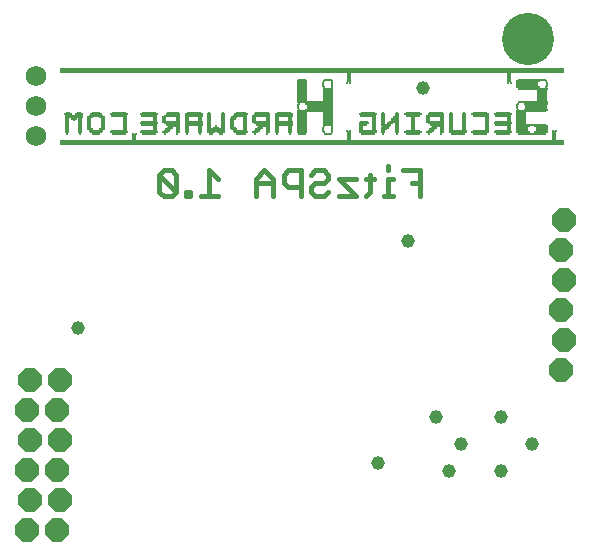
<source format=gbs>
G75*
%MOIN*%
%OFA0B0*%
%FSLAX24Y24*%
%IPPOS*%
%LPD*%
%AMOC8*
5,1,8,0,0,1.08239X$1,22.5*
%
%ADD10C,0.0150*%
%ADD11OC8,0.0780*%
%ADD12C,0.0680*%
%ADD13R,1.6800X0.0050*%
%ADD14R,0.0150X0.0050*%
%ADD15R,0.0950X0.0050*%
%ADD16R,0.0500X0.0050*%
%ADD17R,0.0100X0.0050*%
%ADD18R,0.0050X0.0050*%
%ADD19R,0.0250X0.0050*%
%ADD20R,0.0350X0.0050*%
%ADD21R,0.0300X0.0050*%
%ADD22R,0.0450X0.0050*%
%ADD23R,0.0600X0.0050*%
%ADD24R,0.0200X0.0050*%
%ADD25R,0.0400X0.0050*%
%ADD26R,0.0550X0.0050*%
%ADD27R,0.1000X0.0050*%
%ADD28R,0.1200X0.0050*%
%ADD29R,0.0800X0.0050*%
%ADD30R,0.0750X0.0050*%
%ADD31R,0.0900X0.0050*%
%ADD32C,0.0456*%
%ADD33C,0.1740*%
D10*
X005998Y012567D02*
X006281Y012567D01*
X006423Y012709D01*
X005856Y013276D01*
X005856Y012709D01*
X005998Y012567D01*
X006423Y012709D02*
X006423Y013276D01*
X006281Y013418D01*
X005998Y013418D01*
X005856Y013276D01*
X006742Y012709D02*
X006742Y012567D01*
X006884Y012567D01*
X006884Y012709D01*
X006742Y012709D01*
X007237Y012567D02*
X007804Y012567D01*
X007521Y012567D02*
X007521Y013418D01*
X007804Y013134D01*
X009079Y013134D02*
X009079Y012567D01*
X009079Y012992D02*
X009646Y012992D01*
X009646Y013134D02*
X009362Y013418D01*
X009079Y013134D01*
X009646Y013134D02*
X009646Y012567D01*
X010000Y012992D02*
X010141Y012851D01*
X010567Y012851D01*
X010567Y012567D02*
X010567Y013418D01*
X010141Y013418D01*
X010000Y013276D01*
X010000Y012992D01*
X010920Y012851D02*
X010920Y012709D01*
X011062Y012567D01*
X011346Y012567D01*
X011488Y012709D01*
X011346Y012992D02*
X011062Y012992D01*
X010920Y012851D01*
X010920Y013276D02*
X011062Y013418D01*
X011346Y013418D01*
X011488Y013276D01*
X011488Y013134D01*
X011346Y012992D01*
X011841Y013134D02*
X012408Y012567D01*
X011841Y012567D01*
X011841Y013134D02*
X012408Y013134D01*
X012739Y013134D02*
X013022Y013134D01*
X012880Y013276D02*
X012880Y012709D01*
X012739Y012567D01*
X013353Y012567D02*
X013636Y012567D01*
X013494Y012567D02*
X013494Y013134D01*
X013636Y013134D01*
X013494Y013418D02*
X013494Y013560D01*
X013990Y013418D02*
X014557Y013418D01*
X014557Y012567D01*
X014557Y012992D02*
X014273Y012992D01*
D11*
X001437Y001430D03*
X002437Y001430D03*
X002537Y002430D03*
X001537Y002430D03*
X001437Y003430D03*
X002437Y003430D03*
X002537Y004430D03*
X001537Y004430D03*
X001437Y005430D03*
X002437Y005430D03*
X002537Y006430D03*
X001537Y006430D03*
X019237Y006780D03*
X019337Y007780D03*
X019237Y008780D03*
X019337Y009780D03*
X019237Y010780D03*
X019337Y011780D03*
D12*
X001747Y014565D03*
X001747Y015565D03*
X001747Y016565D03*
D13*
X010949Y016698D03*
X010949Y016748D03*
X010949Y016798D03*
X010949Y014398D03*
X010949Y014348D03*
X010949Y014298D03*
D14*
X010224Y014698D03*
X010224Y014748D03*
X010224Y014798D03*
X010224Y014848D03*
X010224Y014898D03*
X010224Y015098D03*
X010224Y015148D03*
X010224Y015198D03*
X009774Y015198D03*
X009774Y015148D03*
X009774Y015098D03*
X009774Y014898D03*
X009774Y014848D03*
X009774Y014798D03*
X009774Y014748D03*
X009774Y014698D03*
X009474Y014698D03*
X009474Y014748D03*
X009474Y014798D03*
X009474Y014848D03*
X009474Y015098D03*
X009474Y015148D03*
X009474Y015198D03*
X009024Y015198D03*
X009024Y015148D03*
X009024Y015098D03*
X008724Y015098D03*
X008724Y015148D03*
X008724Y015198D03*
X008724Y015048D03*
X008724Y014998D03*
X008724Y014948D03*
X008724Y014898D03*
X008724Y014848D03*
X008724Y014798D03*
X008274Y014898D03*
X008274Y014948D03*
X008274Y014998D03*
X008274Y015048D03*
X008274Y015098D03*
X007974Y015098D03*
X007974Y015148D03*
X007974Y015198D03*
X007974Y015248D03*
X007974Y015298D03*
X007974Y015048D03*
X007974Y014998D03*
X007974Y014948D03*
X007974Y014898D03*
X007974Y014848D03*
X007924Y014648D03*
X007574Y014648D03*
X007524Y014848D03*
X007524Y014898D03*
X007524Y014948D03*
X007524Y014998D03*
X007524Y015048D03*
X007524Y015098D03*
X007524Y015148D03*
X007524Y015198D03*
X007524Y015248D03*
X007524Y015298D03*
X007224Y015198D03*
X007224Y015148D03*
X007224Y015098D03*
X007224Y014898D03*
X007224Y014848D03*
X007224Y014798D03*
X007224Y014748D03*
X007224Y014698D03*
X006774Y014698D03*
X006774Y014748D03*
X006774Y014798D03*
X006774Y014848D03*
X006774Y014898D03*
X006774Y015098D03*
X006774Y015148D03*
X006774Y015198D03*
X006474Y015198D03*
X006474Y015148D03*
X006474Y015098D03*
X006474Y014848D03*
X006474Y014798D03*
X006474Y014748D03*
X006474Y014698D03*
X006024Y015098D03*
X006024Y015148D03*
X006024Y015198D03*
X005724Y015198D03*
X005724Y015148D03*
X005724Y015098D03*
X005724Y014898D03*
X005724Y014848D03*
X005724Y014798D03*
X005024Y014598D03*
X005024Y014548D03*
X005024Y014498D03*
X005024Y014448D03*
X004724Y014798D03*
X004724Y014848D03*
X004724Y014898D03*
X004724Y014948D03*
X004724Y014998D03*
X004724Y015048D03*
X004724Y015098D03*
X004724Y015148D03*
X004724Y015198D03*
X003974Y015148D03*
X003974Y015098D03*
X003974Y015048D03*
X003974Y014998D03*
X003974Y014948D03*
X003974Y014898D03*
X003974Y014848D03*
X003524Y014848D03*
X003524Y014898D03*
X003524Y014948D03*
X003524Y014998D03*
X003524Y015048D03*
X003524Y015098D03*
X003524Y015148D03*
X003224Y015148D03*
X003224Y015098D03*
X003224Y015048D03*
X003224Y014998D03*
X003224Y014948D03*
X003224Y014898D03*
X003224Y014848D03*
X003224Y014798D03*
X003224Y014748D03*
X003224Y014698D03*
X002774Y014698D03*
X002774Y014748D03*
X002774Y014798D03*
X002774Y014848D03*
X002774Y014898D03*
X002774Y014948D03*
X002774Y014998D03*
X002774Y015048D03*
X002774Y015098D03*
X002774Y015148D03*
X002824Y015348D03*
X003174Y015348D03*
X012174Y014698D03*
X012174Y014648D03*
X012174Y014598D03*
X012174Y014548D03*
X012174Y014498D03*
X012174Y014448D03*
X012574Y014798D03*
X012574Y014848D03*
X012574Y014898D03*
X013024Y014898D03*
X013024Y014948D03*
X013024Y014998D03*
X013024Y015048D03*
X013024Y015098D03*
X013024Y015148D03*
X013024Y015198D03*
X013324Y015198D03*
X013324Y015248D03*
X013324Y015298D03*
X013324Y015148D03*
X013324Y015098D03*
X013324Y015048D03*
X013324Y014998D03*
X013324Y014748D03*
X013324Y014698D03*
X013024Y014798D03*
X013024Y014848D03*
X013774Y014848D03*
X013774Y014798D03*
X013774Y014748D03*
X013774Y014698D03*
X013774Y014898D03*
X013774Y014948D03*
X013774Y014998D03*
X013774Y015248D03*
X013774Y015298D03*
X014324Y015198D03*
X014324Y015148D03*
X014324Y015098D03*
X014324Y015048D03*
X014324Y014998D03*
X014324Y014948D03*
X014324Y014898D03*
X014324Y014848D03*
X014324Y014798D03*
X014824Y015098D03*
X014824Y015148D03*
X014824Y015198D03*
X015274Y015198D03*
X015274Y015148D03*
X015274Y015098D03*
X015574Y015098D03*
X015574Y015148D03*
X015574Y015198D03*
X015574Y015248D03*
X015574Y015298D03*
X015574Y015048D03*
X015574Y014998D03*
X015574Y014948D03*
X015574Y014898D03*
X015574Y014848D03*
X015574Y014798D03*
X015274Y014798D03*
X015274Y014848D03*
X015274Y014748D03*
X015274Y014698D03*
X016024Y014798D03*
X016024Y014848D03*
X016024Y014898D03*
X016024Y014948D03*
X016024Y014998D03*
X016024Y015048D03*
X016024Y015098D03*
X016024Y015148D03*
X016024Y015198D03*
X016024Y015248D03*
X016024Y015298D03*
X016774Y015198D03*
X016774Y015148D03*
X016774Y015098D03*
X016774Y015048D03*
X016774Y014998D03*
X016774Y014948D03*
X016774Y014898D03*
X016774Y014848D03*
X016774Y014798D03*
X017524Y014798D03*
X017524Y014848D03*
X017524Y014898D03*
X017524Y015098D03*
X017524Y015148D03*
X017524Y015198D03*
X017524Y016398D03*
X017524Y016448D03*
X017524Y016498D03*
X017524Y016548D03*
X017524Y016598D03*
X017524Y016648D03*
X019024Y014698D03*
X019024Y014648D03*
X019024Y014598D03*
X019024Y014548D03*
X019024Y014498D03*
X019024Y014448D03*
X012174Y016398D03*
X012174Y016448D03*
X012174Y016498D03*
X012174Y016548D03*
X012174Y016598D03*
X012174Y016648D03*
D15*
X011174Y015648D03*
X011174Y015448D03*
X018274Y014648D03*
X018274Y016448D03*
D16*
X017299Y015348D03*
X017299Y014648D03*
X016549Y014648D03*
X015799Y014648D03*
X015099Y014948D03*
X014299Y014748D03*
X014299Y014648D03*
X014299Y015248D03*
X014299Y015348D03*
X012799Y015348D03*
X012799Y014648D03*
X009999Y015348D03*
X009299Y014948D03*
X008549Y014748D03*
X008549Y015248D03*
X006999Y015348D03*
X006299Y015298D03*
X006299Y014948D03*
X005499Y014648D03*
X005499Y015348D03*
X004499Y015348D03*
X003749Y015248D03*
X003749Y014748D03*
X004499Y014648D03*
X016549Y015348D03*
D17*
X017799Y015448D03*
X017799Y015648D03*
X018749Y016198D03*
X018749Y016398D03*
X015249Y014648D03*
X014849Y014648D03*
X011599Y014698D03*
X011599Y014898D03*
X011349Y014898D03*
X011349Y014698D03*
X010499Y015448D03*
X010499Y015648D03*
X011349Y016198D03*
X011349Y016398D03*
X011599Y016398D03*
X011599Y016198D03*
X009449Y014648D03*
X009049Y014648D03*
X007749Y014898D03*
X006449Y014648D03*
X006049Y014648D03*
X002999Y015098D03*
D18*
X003224Y014648D03*
X002774Y014648D03*
X004974Y014648D03*
X005074Y014648D03*
X006774Y014648D03*
X007224Y014648D03*
X007524Y015348D03*
X007974Y015348D03*
X009774Y014648D03*
X010224Y014648D03*
X010474Y015498D03*
X010474Y015548D03*
X010474Y015598D03*
X011324Y016248D03*
X011324Y016298D03*
X011324Y016348D03*
X011624Y016348D03*
X011624Y016298D03*
X011624Y016248D03*
X012124Y016348D03*
X012224Y016348D03*
X013324Y015348D03*
X013774Y015348D03*
X013774Y014648D03*
X013324Y014648D03*
X012224Y014748D03*
X012124Y014748D03*
X011624Y014748D03*
X011624Y014798D03*
X011624Y014848D03*
X011324Y014848D03*
X011324Y014798D03*
X011324Y014748D03*
X015574Y015348D03*
X016024Y015348D03*
X017474Y016348D03*
X017574Y016348D03*
X017774Y015598D03*
X017774Y015548D03*
X017774Y015498D03*
X018774Y016248D03*
X018774Y016298D03*
X018774Y016348D03*
X018974Y014748D03*
X019074Y014748D03*
D19*
X013724Y015148D03*
X013374Y014848D03*
X012674Y015048D03*
X011474Y014648D03*
X010624Y014648D03*
X010624Y016448D03*
X011474Y016448D03*
X007924Y014698D03*
X007574Y014698D03*
X003174Y015298D03*
X002824Y015298D03*
D20*
X008574Y015348D03*
X008574Y014648D03*
X010624Y014698D03*
X010624Y014748D03*
X010624Y014798D03*
X010624Y014848D03*
X010624Y014898D03*
X010624Y014948D03*
X010624Y014998D03*
X010624Y015048D03*
X010624Y015098D03*
X010624Y015148D03*
X010624Y015198D03*
X010624Y015248D03*
X010624Y015298D03*
X010624Y015348D03*
X010624Y015748D03*
X010624Y015798D03*
X010624Y015848D03*
X010624Y015898D03*
X010624Y015948D03*
X010624Y015998D03*
X010624Y016048D03*
X010624Y016098D03*
X010624Y016148D03*
X010624Y016198D03*
X010624Y016248D03*
X010624Y016298D03*
X010624Y016348D03*
X010624Y016398D03*
X011474Y016148D03*
X011474Y016098D03*
X011474Y016048D03*
X011474Y015998D03*
X011474Y015948D03*
X011474Y015898D03*
X011474Y015848D03*
X011474Y015798D03*
X011474Y015748D03*
X011474Y015348D03*
X011474Y015298D03*
X011474Y015248D03*
X011474Y015198D03*
X011474Y015148D03*
X011474Y015098D03*
X011474Y015048D03*
X011474Y014998D03*
X011474Y014948D03*
X012674Y014998D03*
X013424Y014948D03*
X013674Y015048D03*
X017924Y015048D03*
X017924Y014998D03*
X017924Y015098D03*
X017924Y015148D03*
X017924Y015198D03*
X017924Y015248D03*
X017924Y015298D03*
X017924Y015348D03*
X018624Y015748D03*
X018624Y015798D03*
X018624Y015848D03*
X018624Y015898D03*
X018624Y015948D03*
X018624Y015998D03*
X018624Y016048D03*
X018624Y016098D03*
D21*
X013699Y015098D03*
X013399Y014898D03*
X012649Y014948D03*
X003749Y014648D03*
X003749Y015348D03*
D22*
X008574Y015298D03*
X008574Y014698D03*
X009274Y015348D03*
X015074Y015348D03*
X017974Y014898D03*
X017974Y014698D03*
X018574Y014698D03*
X018574Y014898D03*
D23*
X017299Y014998D03*
X017299Y014698D03*
X017299Y015298D03*
X016549Y015298D03*
X016549Y014698D03*
X015799Y014698D03*
X015799Y014748D03*
X015049Y015048D03*
X015049Y015248D03*
X014299Y015298D03*
X014299Y014698D03*
X012799Y014698D03*
X012799Y014748D03*
X012799Y015298D03*
X009999Y015298D03*
X009999Y015248D03*
X009999Y015048D03*
X009999Y014998D03*
X009999Y014948D03*
X009249Y015048D03*
X009249Y015248D03*
X007749Y014798D03*
X007749Y014748D03*
X006999Y014948D03*
X006999Y014998D03*
X006999Y015048D03*
X006999Y015248D03*
X006999Y015298D03*
X006249Y015048D03*
X005499Y014998D03*
X005499Y014698D03*
X005499Y015298D03*
X004499Y015298D03*
X004499Y014698D03*
X002999Y015198D03*
X002999Y015248D03*
D24*
X002999Y015148D03*
X003549Y015198D03*
X003949Y015198D03*
X003949Y014798D03*
X003549Y014798D03*
X006049Y014698D03*
X006099Y014748D03*
X006149Y014798D03*
X006199Y014848D03*
X007749Y014848D03*
X008299Y014848D03*
X008349Y014798D03*
X008299Y015148D03*
X008349Y015198D03*
X009049Y014698D03*
X009099Y014748D03*
X009149Y014798D03*
X009199Y014848D03*
X013349Y014798D03*
X013549Y014998D03*
X013749Y015198D03*
X014849Y014698D03*
X014899Y014748D03*
X014949Y014798D03*
X014999Y014848D03*
D25*
X015149Y014898D03*
X017949Y014848D03*
X017949Y014798D03*
X017949Y014748D03*
X018599Y014748D03*
X018599Y014798D03*
X018599Y014848D03*
X009349Y014898D03*
X006349Y014898D03*
X006299Y015348D03*
X003749Y015298D03*
X003749Y014698D03*
D26*
X004524Y014748D03*
X004524Y015248D03*
X005524Y015248D03*
X005524Y015048D03*
X005524Y014948D03*
X005524Y014748D03*
X006274Y014998D03*
X006274Y015248D03*
X009274Y015298D03*
X009274Y014998D03*
X012824Y015248D03*
X015074Y015298D03*
X015074Y014998D03*
X016574Y014748D03*
X016574Y015248D03*
X017324Y015248D03*
X017324Y015048D03*
X017324Y014948D03*
X017324Y014748D03*
D27*
X018249Y014948D03*
X018249Y015398D03*
X018299Y015698D03*
X018299Y016148D03*
D28*
X011049Y015698D03*
X011049Y015398D03*
D29*
X018149Y016198D03*
X018149Y016398D03*
X018399Y015648D03*
X018399Y015448D03*
D30*
X018424Y015498D03*
X018424Y015548D03*
X018424Y015598D03*
X018124Y016248D03*
X018124Y016298D03*
X018124Y016348D03*
D31*
X011199Y015598D03*
X011199Y015548D03*
X011199Y015498D03*
D32*
X014637Y016180D03*
X014137Y011055D03*
X015072Y005192D03*
X015927Y004301D03*
X015504Y003410D03*
X017241Y003392D03*
X018267Y004301D03*
X017259Y005201D03*
X013137Y003680D03*
X003137Y008180D03*
D33*
X018151Y017784D03*
M02*

</source>
